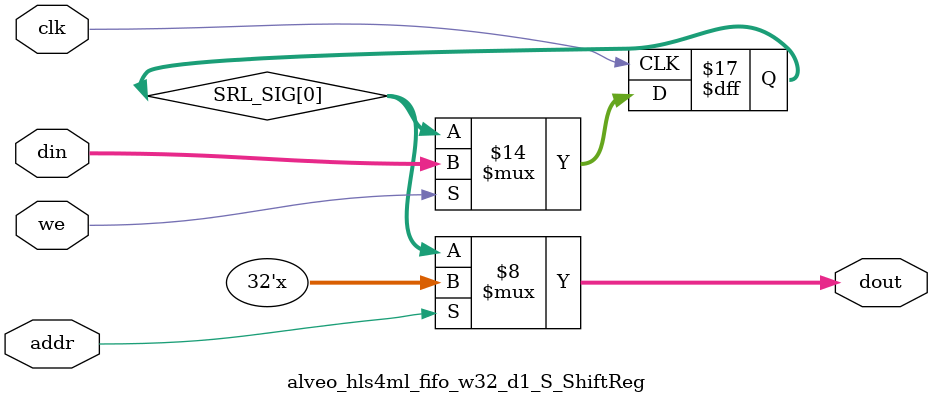
<source format=v>

`timescale 1 ns / 1 ps

module alveo_hls4ml_fifo_w32_d1_S
#(parameter
    MEM_STYLE   = "shiftReg",
    DATA_WIDTH  = 32,
    ADDR_WIDTH  = 1,
    DEPTH       = 1)
(
    // system signal
    input  wire                  clk,
    input  wire                  reset,

    // write
    output wire                  if_full_n,
    input  wire                  if_write_ce,
    input  wire                  if_write,
    input  wire [DATA_WIDTH-1:0] if_din,
    
    // read 
    output wire [ADDR_WIDTH:0]   if_num_data_valid, // for FRP
    output wire [ADDR_WIDTH:0]   if_fifo_cap,       // for FRP
    output wire                  if_empty_n,
    input  wire                  if_read_ce,
    input  wire                  if_read,
    output wire [DATA_WIDTH-1:0] if_dout
);
//------------------------Parameter----------------------

//------------------------Local signal-------------------
wire [ADDR_WIDTH-1:0] addr;
wire                  push;
wire                  pop;
reg signed [ADDR_WIDTH:0]   mOutPtr;
reg                   empty_n = 1'b0;
reg                   full_n  = 1'b1;
// with almost full?  no 
//------------------------Instantiation------------------
alveo_hls4ml_fifo_w32_d1_S_ShiftReg 
#(  .DATA_WIDTH (DATA_WIDTH),
    .ADDR_WIDTH (ADDR_WIDTH),
    .DEPTH      (DEPTH))
U_alveo_hls4ml_fifo_w32_d1_S_ShiftReg (
    .clk        (clk),
    .we         (push),
    .addr       (addr),
    .din        (if_din),
    .dout       (if_dout)
);
//------------------------Task and function--------------

//------------------------Body---------------------------
// has num_data_valid ? 
assign if_num_data_valid = mOutPtr + 1'b1; // yes
assign if_fifo_cap = DEPTH; // yes 

// has almost full ? 
assign if_full_n  = full_n; //no 
assign if_empty_n = empty_n;

assign push = (if_write & if_write_ce) & full_n;
assign pop  = (if_read & if_read_ce) & empty_n;
assign addr = mOutPtr[ADDR_WIDTH] == 1'b0 ? mOutPtr[ADDR_WIDTH-1:0]:{ADDR_WIDTH{1'b0}};

// full_n
always @(posedge clk ) begin
    if (reset == 1'b1)
        full_n <= 1'b1;
    else if (push & ~pop) begin
        if (mOutPtr == DEPTH - 2)
            full_n <= 1'b0;
    end
    else if (~push & pop)
        full_n <= 1'b1;
end

// almost_full_n 

// empty_n
always @(posedge clk ) begin
    if (reset == 1'b1)
        empty_n <= 1'b0;
    else if (push & ~pop)
        empty_n <= 1'b1;
    else if (~push & pop) begin
        if (mOutPtr == 0)
            empty_n <= 1'b0;
    end
end

// mOutPtr
always @(posedge clk ) begin
    if (reset == 1'b1)
        mOutPtr <= {ADDR_WIDTH+1{1'b1}};
    else if (push & ~pop)
        mOutPtr <= mOutPtr + 1'b1;
    else if (~push & pop)
        mOutPtr <= mOutPtr - 1'b1;
end

endmodule  


module alveo_hls4ml_fifo_w32_d1_S_ShiftReg
#(parameter
    DATA_WIDTH  = 32,
    ADDR_WIDTH  = 1,
    DEPTH       = 1)
(
    input  wire                  clk,
    input  wire                  we,
    input  wire [ADDR_WIDTH-1:0] addr,
    input  wire [DATA_WIDTH-1:0] din,
    output wire [DATA_WIDTH-1:0] dout
);

reg [DATA_WIDTH-1:0] SRL_SIG [0:DEPTH-1];
integer i;

always @ (posedge clk) begin
    if (we) begin
        for (i=0; i<DEPTH-1; i=i+1)
            SRL_SIG[i+1] <= SRL_SIG[i];
        SRL_SIG[0] <= din;
    end
end

assign dout = SRL_SIG[addr];

endmodule

</source>
